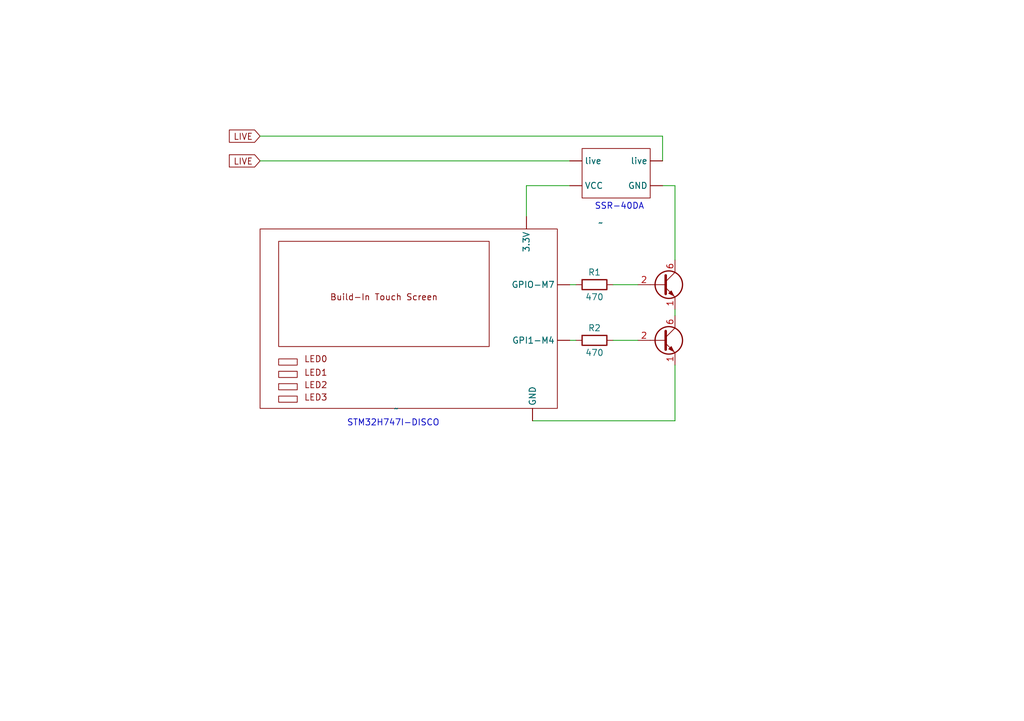
<source format=kicad_sch>
(kicad_sch (version 20230121) (generator eeschema)
  (paper "A5")
  (title_block (title "Smart toaster"))
  (lib_symbols
    (symbol "Custom_components:SSR-40DA"
      (property "Reference" "U" (at 0 0 0))
      (symbol "SSR-40DA_0_1"
        (rectangle (start -3.81 15.24) (end 10.16 5.08))
      )
      (symbol "SSR-40DA_1_1"
        (pin bidirectional line (at 12.7 7.62 180) (length 2.54) (name "GND") (number ""))
        (pin bidirectional line (at -6.35 7.62 0) (length 2.54) (name "VCC") (number ""))
        (pin bidirectional line (at -6.35 12.7 0) (length 2.54) (name "live") (number ""))
        (pin bidirectional line (at 12.7 12.7 180) (length 2.54) (name "live") (number ""))
      )
    )
    (symbol "Custom_components:STM32H747I-DISCO"
      (property "Reference" "U" (at 0 0 0))
      (symbol "STM32H747I-DISCO_0_1"
        (rectangle (start -27.94 36.83) (end 33.02 0))
        (rectangle (start -24.13 34.29) (end 19.05 12.7))
      )
      (symbol "STM32H747I-DISCO_1_1"
        (rectangle (start -24.13 2.54) (end -20.32 1.27))
        (rectangle (start -24.13 5.08) (end -20.32 3.81))
        (rectangle (start -24.13 7.62) (end -20.32 6.35))
        (rectangle (start -24.13 10.16) (end -20.32 8.89))
        (text "Build-In Touch Screen" (at -2.54 22.86 0) (effects (font (size 1.27 1.27))))
        (text "LED0\n" (at -16.51 10.16 0) (effects (font (size 1.27 1.27))))
        (text "LED1\n\n" (at -16.51 6.35 0) (effects (font (size 1.27 1.27))))
        (text "LED2\n\n" (at -16.51 3.81 0) (effects (font (size 1.27 1.27))))
        (text "LED3\n\n" (at -16.51 1.27 0) (effects (font (size 1.27 1.27))))
        (pin output line (at 26.67 39.37 270) (length 2.54) (name "3.3V") (number ""))
        (pin output line (at 27.94 -2.54 90) (length 2.54) (name "GND") (number ""))
        (pin output line (at 35.56 13.97 180) (length 2.54) (name "GPI1-M4") (number ""))
        (pin output line (at 35.56 25.4 180) (length 2.54) (name "GPIO-M7") (number ""))
      )
    )
    (symbol "Device:Q_Dual_NPN_NPN_E1B1C2E2B2C1" (pin_names (offset 0) hide)
      (property "Reference" "Q" (at 5.08 1.27 0))
      (property "Value" "Q_Dual_NPN_NPN_E1B1C2E2B2C1" (at 5.08 -1.27 0))
      (symbol "Q_Dual_NPN_NPN_E1B1C2E2B2C1_0_1"
        (polyline (pts (xy 0.635 0) (xy -2.54 0)))
        (polyline (pts (xy 0.635 0.635) (xy 2.54 2.54)))
        (polyline (pts (xy 0.635 -0.635) (xy 2.54 -2.54) (xy 2.54 -2.54)))
        (polyline (pts (xy 0.635 1.905) (xy 0.635 -1.905) (xy 0.635 -1.905)) (stroke (width 0.508)))
        (polyline (pts (xy 1.27 -1.778) (xy 1.778 -1.27) (xy 2.286 -2.286) (xy 1.27 -1.778) (xy 1.27 -1.778)) (fill (type outline)))
        (circle (center 1.27 0) (radius 2.8194) (stroke (width 0.254)))
      )
      (symbol "Q_Dual_NPN_NPN_E1B1C2E2B2C1_1_1"
        (pin passive line (at 2.54 -5.08 90) (length 2.54) (name "E1") (number "1"))
        (pin input line (at -5.08 0 0) (length 2.54) (name "B1") (number "2"))
        (pin passive line (at 2.54 5.08 270) (length 2.54) (name "C1") (number "6"))
      )
      (symbol "Q_Dual_NPN_NPN_E1B1C2E2B2C1_2_1"
        (pin passive line (at 2.54 5.08 270) (length 2.54) (name "C2") (number "3"))
        (pin passive line (at 2.54 -5.08 90) (length 2.54) (name "E2") (number "4"))
        (pin input line (at -5.08 0 0) (length 2.54) (name "B2") (number "5"))
      )
    )
    (symbol "Device:R" (pin_numbers hide) (pin_names (offset 0))
      (property "Reference" "R" (at 2.032 0 90))
      (property "Value" "R" (at 0 0 90))
      (symbol "R_0_1"
        (rectangle (start -1.016 -2.54) (end 1.016 2.54) (stroke (width 0.254)))
      )
      (symbol "R_1_1"
        (pin passive line (at 0 3.81 270) (length 1.27) (name "~") (number "1"))
        (pin passive line (at 0 -3.81 90) (length 1.27) (name "~") (number "2"))
      )
    )
  )
  (wire (pts (xy 107.95 38.1) (xy 116.84 38.1)))
  (wire (pts (xy 138.43 64.77) (xy 138.43 63.5)))
  (wire (pts (xy 125.73 58.42) (xy 130.81 58.42)))
  (wire (pts (xy 53.34 33.02) (xy 116.84 33.02)))
  (wire (pts (xy 107.95 44.45) (xy 107.95 38.1)))
  (wire (pts (xy 53.34 27.94) (xy 135.89 27.94)))
  (wire (pts (xy 109.22 86.36) (xy 138.43 86.36)))
  (wire (pts (xy 135.89 27.94) (xy 135.89 33.02)))
  (wire (pts (xy 135.89 38.1) (xy 138.43 38.1)))
  (wire (pts (xy 118.11 58.42) (xy 116.84 58.42)))
  (wire (pts (xy 118.11 69.85) (xy 116.84 69.85)))
  (wire (pts (xy 138.43 38.1) (xy 138.43 53.34)))
  (wire (pts (xy 138.43 86.36) (xy 138.43 74.93)))
  (wire (pts (xy 125.73 69.85) (xy 130.81 69.85)))
  (text "SSR-40DA" (at 121.92 43.18 0) (effects (font (size 1.27 1.27)) (justify left bottom)))
  (text "STM32H747I-DISCO\n" (at 71.12 87.63 0) (effects (font (size 1.27 1.27)) (justify left bottom)))
  (global_label "LIVE" (shape input) (at 53.34 33.02 180) (property "Intersheetrefs" "${INTERSHEET_REFS}" (effects hide)))
  (global_label "LIVE" (shape input) (at 53.34 27.94 180) (property "Intersheetrefs" "${INTERSHEET_REFS}" (effects hide)))
  (symbol (lib_id "Custom_components:STM32H747I-DISCO") (at 81.28 83.82 0) (unit 1)
    (property "Reference" "U1" (effects hide))
    (property "Value" "~" (at 81.28 83.82 0))
  )
  (symbol (lib_id "Device:R") (at 121.92 58.42 90) (unit 1)
    (property "Reference" "R1" (at 121.92 55.88 90))
    (property "Value" "470" (at 121.92 60.96 90))
  )
  (symbol (lib_id "Device:R") (at 121.92 69.85 90) (unit 1)
    (property "Reference" "R2" (at 121.92 67.31 90))
    (property "Value" "470" (at 121.92 72.39 90))
  )
  (symbol (lib_id "Custom_components:SSR-40DA") (at 123.19 45.72 0) (unit 1)
    (property "Reference" "U2" (effects hide))
    (property "Value" "~" (at 123.19 45.72 0))
  )
  (symbol (lib_id "Device:Q_Dual_NPN_NPN_E1B1C2E2B2C1") (at 135.89 69.85 0) (unit 1)
    (property "Reference" "Q1" (effects hide))
    (property "Value" "Q_Dual_NPN_NPN_E1B1C2E2B2C1" (effects hide))
  )
  (symbol (lib_id "Device:Q_Dual_NPN_NPN_E1B1C2E2B2C1") (at 135.89 58.42 0) (unit 1)
    (property "Reference" "Q2" (effects hide))
    (property "Value" "Q_Dual_NPN_NPN_E1B1C2E2B2C1" (effects hide))
  )
)
</source>
